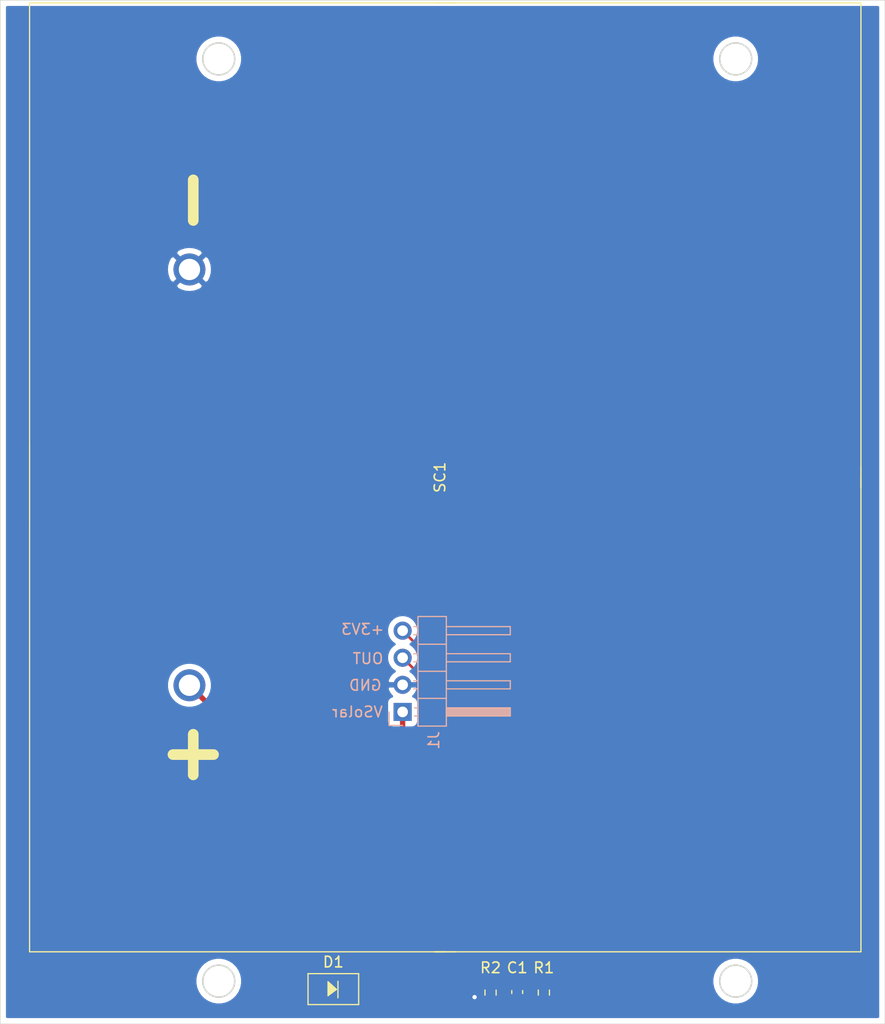
<source format=kicad_pcb>
(kicad_pcb (version 20171130) (host pcbnew "(5.1.10)-1")

  (general
    (thickness 1.6)
    (drawings 138)
    (tracks 18)
    (zones 0)
    (modules 6)
    (nets 6)
  )

  (page A4)
  (title_block
    (title "Solar Configuration for -Y; V1 Stucture")
    (date 2022-03-30)
    (rev 1.0)
  )

  (layers
    (0 F.Cu signal)
    (31 B.Cu signal)
    (32 B.Adhes user)
    (33 F.Adhes user)
    (34 B.Paste user)
    (35 F.Paste user)
    (36 B.SilkS user)
    (37 F.SilkS user)
    (38 B.Mask user)
    (39 F.Mask user)
    (40 Dwgs.User user hide)
    (41 Cmts.User user)
    (42 Eco1.User user)
    (43 Eco2.User user)
    (44 Edge.Cuts user)
    (45 Margin user)
    (46 B.CrtYd user)
    (47 F.CrtYd user)
    (48 B.Fab user)
    (49 F.Fab user hide)
  )

  (setup
    (last_trace_width 0.25)
    (user_trace_width 0.5)
    (trace_clearance 0.2)
    (zone_clearance 0.508)
    (zone_45_only no)
    (trace_min 0.2)
    (via_size 0.8)
    (via_drill 0.4)
    (via_min_size 0.4)
    (via_min_drill 0.3)
    (uvia_size 0.3)
    (uvia_drill 0.1)
    (uvias_allowed no)
    (uvia_min_size 0.2)
    (uvia_min_drill 0.1)
    (edge_width 0.05)
    (segment_width 0.2)
    (pcb_text_width 0.3)
    (pcb_text_size 1.5 1.5)
    (mod_edge_width 0.12)
    (mod_text_size 1 1)
    (mod_text_width 0.15)
    (pad_size 1.7 1.7)
    (pad_drill 1)
    (pad_to_mask_clearance 0)
    (aux_axis_origin 0 0)
    (visible_elements 7FFFFFFF)
    (pcbplotparams
      (layerselection 0x010fc_ffffffff)
      (usegerberextensions false)
      (usegerberattributes true)
      (usegerberadvancedattributes true)
      (creategerberjobfile true)
      (excludeedgelayer true)
      (linewidth 0.100000)
      (plotframeref false)
      (viasonmask false)
      (mode 1)
      (useauxorigin false)
      (hpglpennumber 1)
      (hpglpenspeed 20)
      (hpglpendiameter 15.000000)
      (psnegative false)
      (psa4output false)
      (plotreference true)
      (plotvalue true)
      (plotinvisibletext false)
      (padsonsilk false)
      (subtractmaskfromsilk false)
      (outputformat 1)
      (mirror false)
      (drillshape 1)
      (scaleselection 1)
      (outputdirectory "-Y Extras/Swiss Cheese/"))
  )

  (net 0 "")
  (net 1 GND)
  (net 2 +3V3)
  (net 3 VSOLAR)
  (net 4 OUT)
  (net 5 "Net-(D1-Pad2)")

  (net_class Default "This is the default net class."
    (clearance 0.2)
    (trace_width 0.25)
    (via_dia 0.8)
    (via_drill 0.4)
    (uvia_dia 0.3)
    (uvia_drill 0.1)
    (add_net +3V3)
    (add_net GND)
    (add_net "Net-(D1-Pad2)")
    (add_net OUT)
    (add_net VSOLAR)
  )

  (module SolarPanelBoards:DO-214AC (layer F.Cu) (tedit 6131B737) (tstamp 62461C13)
    (at 121.25 143.75 180)
    (descr "Diode Footprint for CDBA240LL-HF")
    (path /6108B315)
    (attr smd)
    (fp_text reference D1 (at 0 2.54) (layer F.SilkS)
      (effects (font (size 1 1) (thickness 0.15)))
    )
    (fp_text value CDBA240LL-HF (at 0 -2.54) (layer F.Fab)
      (effects (font (size 1 1) (thickness 0.15)))
    )
    (fp_line (start -2.375 1.45) (end 2.375 1.45) (layer F.SilkS) (width 0.12))
    (fp_line (start 2.375 1.45) (end 2.375 -1.45) (layer F.SilkS) (width 0.12))
    (fp_line (start -2.375 1.45) (end -2.375 -1.45) (layer F.SilkS) (width 0.12))
    (fp_line (start -2.375 -1.45) (end 2.375 -1.45) (layer F.SilkS) (width 0.12))
    (fp_poly (pts (xy 0.508 0.7112) (xy -0.3048 -0.0254) (xy 0.508 -0.635)) (layer F.SilkS) (width 0.1))
    (fp_line (start -0.4318 -0.8128) (end -0.4318 0.7366) (layer F.SilkS) (width 0.12))
    (pad 2 smd rect (at 2 0 180) (size 2.5 1.7) (layers F.Cu F.Paste F.Mask)
      (net 5 "Net-(D1-Pad2)"))
    (pad 1 smd rect (at -2 0 180) (size 2.5 1.7) (layers F.Cu F.Paste F.Mask)
      (net 3 VSOLAR))
    (model "C:/Users/grant/Downloads/sma-do-214ac-1.snapshot.1/SMA (DO-214AC).STEP"
      (at (xyz 0 0 0))
      (scale (xyz 1 1 1))
      (rotate (xyz -90 0 0))
    )
  )

  (module SolarPanelBoards:SM811K08TF (layer F.Cu) (tedit 621488D7) (tstamp 62461D0F)
    (at 131.75 95.75 270)
    (path /6143BD42)
    (fp_text reference SC1 (at 0 0.5 90) (layer F.SilkS)
      (effects (font (size 1 1) (thickness 0.15)))
    )
    (fp_text value SM811K08TF (at 0 -0.5 90) (layer F.Fab)
      (effects (font (size 1 1) (thickness 0.15)))
    )
    (fp_line (start 4 39) (end 44.5 39) (layer F.SilkS) (width 0.12))
    (fp_line (start 0 -39) (end 44.5 -39) (layer F.SilkS) (width 0.12))
    (fp_line (start 0 -39) (end -44.5 -39) (layer F.SilkS) (width 0.12))
    (fp_line (start -44.5 0) (end -44.5 -39) (layer F.SilkS) (width 0.12))
    (fp_line (start 44.5 0) (end 44.5 -39) (layer F.SilkS) (width 0.12))
    (fp_line (start 44.5 0) (end 44.5 39) (layer F.SilkS) (width 0.12))
    (fp_line (start -44.5 0) (end -44.5 39) (layer F.SilkS) (width 0.12))
    (fp_line (start 0 39) (end -44.5 39) (layer F.SilkS) (width 0.12))
    (fp_line (start -44.5 -1) (end -44.5 1) (layer F.SilkS) (width 0.12))
    (fp_line (start -44.5 0) (end -44.5 -1) (layer F.SilkS) (width 0.12))
    (fp_line (start 44.5 1) (end 44.5 -1) (layer F.SilkS) (width 0.12))
    (fp_line (start 44.5 0) (end 44.5 1) (layer F.SilkS) (width 0.12))
    (fp_line (start 4 39) (end -3 39) (layer F.SilkS) (width 0.12))
    (fp_line (start 0 39) (end 4 39) (layer F.SilkS) (width 0.12))
    (fp_line (start 1 -39) (end -1 -39) (layer F.SilkS) (width 0.12))
    (fp_line (start 0 -39) (end 1 -39) (layer F.SilkS) (width 0.12))
    (fp_text user - (at -26 24 90) (layer F.SilkS)
      (effects (font (size 5 5) (thickness 1)))
    )
    (fp_text user + (at 26 24 90) (layer F.SilkS)
      (effects (font (size 5 5) (thickness 1)))
    )
    (pad 2 thru_hole circle (at -19.5 24 270) (size 3 3) (drill 2) (layers *.Cu *.Mask)
      (net 1 GND))
    (pad 1 thru_hole circle (at 19.5 24 270) (size 3 3) (drill 2) (layers *.Cu *.Mask)
      (net 5 "Net-(D1-Pad2)"))
  )

  (module Resistor_SMD:R_0603_1608Metric (layer F.Cu) (tedit 5F68FEEE) (tstamp 624547E0)
    (at 136 144.075 270)
    (descr "Resistor SMD 0603 (1608 Metric), square (rectangular) end terminal, IPC_7351 nominal, (Body size source: IPC-SM-782 page 72, https://www.pcb-3d.com/wordpress/wp-content/uploads/ipc-sm-782a_amendment_1_and_2.pdf), generated with kicad-footprint-generator")
    (tags resistor)
    (path /61FF6451)
    (attr smd)
    (fp_text reference R2 (at -2.325 0 180) (layer F.SilkS)
      (effects (font (size 1 1) (thickness 0.15)))
    )
    (fp_text value R (at 0 1.43 90) (layer F.Fab)
      (effects (font (size 1 1) (thickness 0.15)))
    )
    (fp_line (start -0.8 0.4125) (end -0.8 -0.4125) (layer F.Fab) (width 0.1))
    (fp_line (start -0.8 -0.4125) (end 0.8 -0.4125) (layer F.Fab) (width 0.1))
    (fp_line (start 0.8 -0.4125) (end 0.8 0.4125) (layer F.Fab) (width 0.1))
    (fp_line (start 0.8 0.4125) (end -0.8 0.4125) (layer F.Fab) (width 0.1))
    (fp_line (start -0.237258 -0.5225) (end 0.237258 -0.5225) (layer F.SilkS) (width 0.12))
    (fp_line (start -0.237258 0.5225) (end 0.237258 0.5225) (layer F.SilkS) (width 0.12))
    (fp_line (start -1.48 0.73) (end -1.48 -0.73) (layer F.CrtYd) (width 0.05))
    (fp_line (start -1.48 -0.73) (end 1.48 -0.73) (layer F.CrtYd) (width 0.05))
    (fp_line (start 1.48 -0.73) (end 1.48 0.73) (layer F.CrtYd) (width 0.05))
    (fp_line (start 1.48 0.73) (end -1.48 0.73) (layer F.CrtYd) (width 0.05))
    (fp_text user %R (at 0 0 90) (layer F.Fab)
      (effects (font (size 0.4 0.4) (thickness 0.06)))
    )
    (pad 2 smd roundrect (at 0.825 0 270) (size 0.8 0.95) (layers F.Cu F.Paste F.Mask) (roundrect_rratio 0.25)
      (net 1 GND))
    (pad 1 smd roundrect (at -0.825 0 270) (size 0.8 0.95) (layers F.Cu F.Paste F.Mask) (roundrect_rratio 0.25)
      (net 4 OUT))
    (model ${KISYS3DMOD}/Resistor_SMD.3dshapes/R_0603_1608Metric.wrl
      (at (xyz 0 0 0))
      (scale (xyz 1 1 1))
      (rotate (xyz 0 0 0))
    )
  )

  (module Resistor_SMD:R_0603_1608Metric (layer F.Cu) (tedit 5F68FEEE) (tstamp 624547B0)
    (at 141 144.075 270)
    (descr "Resistor SMD 0603 (1608 Metric), square (rectangular) end terminal, IPC_7351 nominal, (Body size source: IPC-SM-782 page 72, https://www.pcb-3d.com/wordpress/wp-content/uploads/ipc-sm-782a_amendment_1_and_2.pdf), generated with kicad-footprint-generator")
    (tags resistor)
    (path /61FF37C8)
    (attr smd)
    (fp_text reference R1 (at -2.325 0 180) (layer F.SilkS)
      (effects (font (size 1 1) (thickness 0.15)))
    )
    (fp_text value ALS-PT19 (at 0 1.43 90) (layer F.Fab)
      (effects (font (size 1 1) (thickness 0.15)))
    )
    (fp_line (start -0.8 0.4125) (end -0.8 -0.4125) (layer F.Fab) (width 0.1))
    (fp_line (start -0.8 -0.4125) (end 0.8 -0.4125) (layer F.Fab) (width 0.1))
    (fp_line (start 0.8 -0.4125) (end 0.8 0.4125) (layer F.Fab) (width 0.1))
    (fp_line (start 0.8 0.4125) (end -0.8 0.4125) (layer F.Fab) (width 0.1))
    (fp_line (start -0.237258 -0.5225) (end 0.237258 -0.5225) (layer F.SilkS) (width 0.12))
    (fp_line (start -0.237258 0.5225) (end 0.237258 0.5225) (layer F.SilkS) (width 0.12))
    (fp_line (start -1.48 0.73) (end -1.48 -0.73) (layer F.CrtYd) (width 0.05))
    (fp_line (start -1.48 -0.73) (end 1.48 -0.73) (layer F.CrtYd) (width 0.05))
    (fp_line (start 1.48 -0.73) (end 1.48 0.73) (layer F.CrtYd) (width 0.05))
    (fp_line (start 1.48 0.73) (end -1.48 0.73) (layer F.CrtYd) (width 0.05))
    (fp_text user %R (at 0 0 90) (layer F.Fab)
      (effects (font (size 0.4 0.4) (thickness 0.06)))
    )
    (pad 2 smd roundrect (at 0.825 0 270) (size 0.8 0.95) (layers F.Cu F.Paste F.Mask) (roundrect_rratio 0.25)
      (net 4 OUT))
    (pad 1 smd roundrect (at -0.825 0 270) (size 0.8 0.95) (layers F.Cu F.Paste F.Mask) (roundrect_rratio 0.25)
      (net 2 +3V3))
    (model ${KISYS3DMOD}/Resistor_SMD.3dshapes/R_0603_1608Metric.wrl
      (at (xyz 0 0 0))
      (scale (xyz 1 1 1))
      (rotate (xyz 0 0 0))
    )
  )

  (module Capacitor_SMD:C_0603_1608Metric (layer F.Cu) (tedit 5F68FEEE) (tstamp 62454810)
    (at 138.5 144.025 270)
    (descr "Capacitor SMD 0603 (1608 Metric), square (rectangular) end terminal, IPC_7351 nominal, (Body size source: IPC-SM-782 page 76, https://www.pcb-3d.com/wordpress/wp-content/uploads/ipc-sm-782a_amendment_1_and_2.pdf), generated with kicad-footprint-generator")
    (tags capacitor)
    (path /61FF8764)
    (attr smd)
    (fp_text reference C1 (at -2.275 0 180) (layer F.SilkS)
      (effects (font (size 1 1) (thickness 0.15)))
    )
    (fp_text value C (at 0 1.43 90) (layer F.Fab)
      (effects (font (size 1 1) (thickness 0.15)))
    )
    (fp_line (start -0.8 0.4) (end -0.8 -0.4) (layer F.Fab) (width 0.1))
    (fp_line (start -0.8 -0.4) (end 0.8 -0.4) (layer F.Fab) (width 0.1))
    (fp_line (start 0.8 -0.4) (end 0.8 0.4) (layer F.Fab) (width 0.1))
    (fp_line (start 0.8 0.4) (end -0.8 0.4) (layer F.Fab) (width 0.1))
    (fp_line (start -0.14058 -0.51) (end 0.14058 -0.51) (layer F.SilkS) (width 0.12))
    (fp_line (start -0.14058 0.51) (end 0.14058 0.51) (layer F.SilkS) (width 0.12))
    (fp_line (start -1.48 0.73) (end -1.48 -0.73) (layer F.CrtYd) (width 0.05))
    (fp_line (start -1.48 -0.73) (end 1.48 -0.73) (layer F.CrtYd) (width 0.05))
    (fp_line (start 1.48 -0.73) (end 1.48 0.73) (layer F.CrtYd) (width 0.05))
    (fp_line (start 1.48 0.73) (end -1.48 0.73) (layer F.CrtYd) (width 0.05))
    (fp_text user %R (at 0 0 90) (layer F.Fab)
      (effects (font (size 0.4 0.4) (thickness 0.06)))
    )
    (pad 2 smd roundrect (at 0.775 0 270) (size 0.9 0.95) (layers F.Cu F.Paste F.Mask) (roundrect_rratio 0.25)
      (net 1 GND))
    (pad 1 smd roundrect (at -0.775 0 270) (size 0.9 0.95) (layers F.Cu F.Paste F.Mask) (roundrect_rratio 0.25)
      (net 4 OUT))
    (model ${KISYS3DMOD}/Capacitor_SMD.3dshapes/C_0603_1608Metric.wrl
      (at (xyz 0 0 0))
      (scale (xyz 1 1 1))
      (rotate (xyz 0 0 0))
    )
  )

  (module Connector_PinHeader_2.54mm:PinHeader_1x04_P2.54mm_Horizontal (layer B.Cu) (tedit 59FED5CB) (tstamp 6245487C)
    (at 127.75 117.75)
    (descr "Through hole angled pin header, 1x04, 2.54mm pitch, 6mm pin length, single row")
    (tags "Through hole angled pin header THT 1x04 2.54mm single row")
    (path /61F4A1BA)
    (fp_text reference J1 (at 2.921 2.667 270) (layer B.SilkS)
      (effects (font (size 1 1) (thickness 0.15)) (justify mirror))
    )
    (fp_text value Conn_01x04 (at 4.385 -9.89 180) (layer B.Fab)
      (effects (font (size 1 1) (thickness 0.15)) (justify mirror))
    )
    (fp_line (start 10.55 1.8) (end -1.8 1.8) (layer B.CrtYd) (width 0.05))
    (fp_line (start 10.55 -9.4) (end 10.55 1.8) (layer B.CrtYd) (width 0.05))
    (fp_line (start -1.8 -9.4) (end 10.55 -9.4) (layer B.CrtYd) (width 0.05))
    (fp_line (start -1.8 1.8) (end -1.8 -9.4) (layer B.CrtYd) (width 0.05))
    (fp_line (start -1.27 1.27) (end 0 1.27) (layer B.SilkS) (width 0.12))
    (fp_line (start -1.27 0) (end -1.27 1.27) (layer B.SilkS) (width 0.12))
    (fp_line (start 1.042929 -8) (end 1.44 -8) (layer B.SilkS) (width 0.12))
    (fp_line (start 1.042929 -7.24) (end 1.44 -7.24) (layer B.SilkS) (width 0.12))
    (fp_line (start 10.1 -8) (end 4.1 -8) (layer B.SilkS) (width 0.12))
    (fp_line (start 10.1 -7.24) (end 10.1 -8) (layer B.SilkS) (width 0.12))
    (fp_line (start 4.1 -7.24) (end 10.1 -7.24) (layer B.SilkS) (width 0.12))
    (fp_line (start 1.44 -6.35) (end 4.1 -6.35) (layer B.SilkS) (width 0.12))
    (fp_line (start 1.042929 -5.46) (end 1.44 -5.46) (layer B.SilkS) (width 0.12))
    (fp_line (start 1.042929 -4.7) (end 1.44 -4.7) (layer B.SilkS) (width 0.12))
    (fp_line (start 10.1 -5.46) (end 4.1 -5.46) (layer B.SilkS) (width 0.12))
    (fp_line (start 10.1 -4.7) (end 10.1 -5.46) (layer B.SilkS) (width 0.12))
    (fp_line (start 4.1 -4.7) (end 10.1 -4.7) (layer B.SilkS) (width 0.12))
    (fp_line (start 1.44 -3.81) (end 4.1 -3.81) (layer B.SilkS) (width 0.12))
    (fp_line (start 1.042929 -2.92) (end 1.44 -2.92) (layer B.SilkS) (width 0.12))
    (fp_line (start 1.042929 -2.16) (end 1.44 -2.16) (layer B.SilkS) (width 0.12))
    (fp_line (start 10.1 -2.92) (end 4.1 -2.92) (layer B.SilkS) (width 0.12))
    (fp_line (start 10.1 -2.16) (end 10.1 -2.92) (layer B.SilkS) (width 0.12))
    (fp_line (start 4.1 -2.16) (end 10.1 -2.16) (layer B.SilkS) (width 0.12))
    (fp_line (start 1.44 -1.27) (end 4.1 -1.27) (layer B.SilkS) (width 0.12))
    (fp_line (start 1.11 -0.38) (end 1.44 -0.38) (layer B.SilkS) (width 0.12))
    (fp_line (start 1.11 0.38) (end 1.44 0.38) (layer B.SilkS) (width 0.12))
    (fp_line (start 4.1 -0.28) (end 10.1 -0.28) (layer B.SilkS) (width 0.12))
    (fp_line (start 4.1 -0.16) (end 10.1 -0.16) (layer B.SilkS) (width 0.12))
    (fp_line (start 4.1 -0.04) (end 10.1 -0.04) (layer B.SilkS) (width 0.12))
    (fp_line (start 4.1 0.08) (end 10.1 0.08) (layer B.SilkS) (width 0.12))
    (fp_line (start 4.1 0.2) (end 10.1 0.2) (layer B.SilkS) (width 0.12))
    (fp_line (start 4.1 0.32) (end 10.1 0.32) (layer B.SilkS) (width 0.12))
    (fp_line (start 10.1 -0.38) (end 4.1 -0.38) (layer B.SilkS) (width 0.12))
    (fp_line (start 10.1 0.38) (end 10.1 -0.38) (layer B.SilkS) (width 0.12))
    (fp_line (start 4.1 0.38) (end 10.1 0.38) (layer B.SilkS) (width 0.12))
    (fp_line (start 4.1 1.33) (end 1.44 1.33) (layer B.SilkS) (width 0.12))
    (fp_line (start 4.1 -8.95) (end 4.1 1.33) (layer B.SilkS) (width 0.12))
    (fp_line (start 1.44 -8.95) (end 4.1 -8.95) (layer B.SilkS) (width 0.12))
    (fp_line (start 1.44 1.33) (end 1.44 -8.95) (layer B.SilkS) (width 0.12))
    (fp_line (start 4.04 -7.94) (end 10.04 -7.94) (layer B.Fab) (width 0.1))
    (fp_line (start 10.04 -7.3) (end 10.04 -7.94) (layer B.Fab) (width 0.1))
    (fp_line (start 4.04 -7.3) (end 10.04 -7.3) (layer B.Fab) (width 0.1))
    (fp_line (start -0.32 -7.94) (end 1.5 -7.94) (layer B.Fab) (width 0.1))
    (fp_line (start -0.32 -7.3) (end -0.32 -7.94) (layer B.Fab) (width 0.1))
    (fp_line (start -0.32 -7.3) (end 1.5 -7.3) (layer B.Fab) (width 0.1))
    (fp_line (start 4.04 -5.4) (end 10.04 -5.4) (layer B.Fab) (width 0.1))
    (fp_line (start 10.04 -4.76) (end 10.04 -5.4) (layer B.Fab) (width 0.1))
    (fp_line (start 4.04 -4.76) (end 10.04 -4.76) (layer B.Fab) (width 0.1))
    (fp_line (start -0.32 -5.4) (end 1.5 -5.4) (layer B.Fab) (width 0.1))
    (fp_line (start -0.32 -4.76) (end -0.32 -5.4) (layer B.Fab) (width 0.1))
    (fp_line (start -0.32 -4.76) (end 1.5 -4.76) (layer B.Fab) (width 0.1))
    (fp_line (start 4.04 -2.86) (end 10.04 -2.86) (layer B.Fab) (width 0.1))
    (fp_line (start 10.04 -2.22) (end 10.04 -2.86) (layer B.Fab) (width 0.1))
    (fp_line (start 4.04 -2.22) (end 10.04 -2.22) (layer B.Fab) (width 0.1))
    (fp_line (start -0.32 -2.86) (end 1.5 -2.86) (layer B.Fab) (width 0.1))
    (fp_line (start -0.32 -2.22) (end -0.32 -2.86) (layer B.Fab) (width 0.1))
    (fp_line (start -0.32 -2.22) (end 1.5 -2.22) (layer B.Fab) (width 0.1))
    (fp_line (start 4.04 -0.32) (end 10.04 -0.32) (layer B.Fab) (width 0.1))
    (fp_line (start 10.04 0.32) (end 10.04 -0.32) (layer B.Fab) (width 0.1))
    (fp_line (start 4.04 0.32) (end 10.04 0.32) (layer B.Fab) (width 0.1))
    (fp_line (start -0.32 -0.32) (end 1.5 -0.32) (layer B.Fab) (width 0.1))
    (fp_line (start -0.32 0.32) (end -0.32 -0.32) (layer B.Fab) (width 0.1))
    (fp_line (start -0.32 0.32) (end 1.5 0.32) (layer B.Fab) (width 0.1))
    (fp_line (start 1.5 0.635) (end 2.135 1.27) (layer B.Fab) (width 0.1))
    (fp_line (start 1.5 -8.89) (end 1.5 0.635) (layer B.Fab) (width 0.1))
    (fp_line (start 4.04 -8.89) (end 1.5 -8.89) (layer B.Fab) (width 0.1))
    (fp_line (start 4.04 1.27) (end 4.04 -8.89) (layer B.Fab) (width 0.1))
    (fp_line (start 2.135 1.27) (end 4.04 1.27) (layer B.Fab) (width 0.1))
    (fp_text user %R (at 2.77 -3.81 90) (layer B.Fab)
      (effects (font (size 1 1) (thickness 0.15)) (justify mirror))
    )
    (pad 4 thru_hole oval (at 0 -7.62) (size 1.7 1.7) (drill 1) (layers *.Cu *.Mask)
      (net 2 +3V3))
    (pad 3 thru_hole oval (at 0 -5.08) (size 1.7 1.7) (drill 1) (layers *.Cu *.Mask)
      (net 4 OUT))
    (pad 2 thru_hole oval (at 0 -2.54) (size 1.7 1.7) (drill 1) (layers *.Cu *.Mask)
      (net 1 GND))
    (pad 1 thru_hole rect (at 0 0) (size 1.7 1.7) (drill 1) (layers *.Cu *.Mask)
      (net 3 VSOLAR))
    (model ${KISYS3DMOD}/Connector_PinHeader_2.54mm.3dshapes/PinHeader_1x04_P2.54mm_Horizontal.wrl
      (at (xyz 0 0 0))
      (scale (xyz 1 1 1))
      (rotate (xyz 0 0 0))
    )
  )

  (gr_line (start 161 138) (end 108.5 138) (layer Dwgs.User) (width 0.15))
  (gr_line (start 108.5 61.5) (end 108.5 138) (layer Dwgs.User) (width 0.15))
  (gr_line (start 161 61.5) (end 108.5 61.5) (layer Dwgs.User) (width 0.15))
  (gr_line (start 161 137.5) (end 161 138) (layer Dwgs.User) (width 0.15))
  (gr_line (start 161 136) (end 161 137.5) (layer Dwgs.User) (width 0.15))
  (gr_line (start 161 135.5) (end 161 136) (layer Dwgs.User) (width 0.15))
  (gr_line (start 161 61.5) (end 161 135.5) (layer Dwgs.User) (width 0.15))
  (dimension 9 (width 0.15) (layer Dwgs.User)
    (gr_text "9.000 mm" (at 174.8 142.5 90) (layer Dwgs.User)
      (effects (font (size 1 1) (thickness 0.15)))
    )
    (feature1 (pts (xy 173 138) (xy 174.086421 138)))
    (feature2 (pts (xy 173 147) (xy 174.086421 147)))
    (crossbar (pts (xy 173.5 147) (xy 173.5 138)))
    (arrow1a (pts (xy 173.5 138) (xy 174.086421 139.126504)))
    (arrow1b (pts (xy 173.5 138) (xy 172.913579 139.126504)))
    (arrow2a (pts (xy 173.5 147) (xy 174.086421 145.873496)))
    (arrow2b (pts (xy 173.5 147) (xy 172.913579 145.873496)))
  )
  (dimension 10.5 (width 0.15) (layer Dwgs.User)
    (gr_text "10.500 mm" (at 175.8 56.25 270) (layer Dwgs.User)
      (effects (font (size 1 1) (thickness 0.15)))
    )
    (feature1 (pts (xy 173 61.5) (xy 175.086421 61.5)))
    (feature2 (pts (xy 173 51) (xy 175.086421 51)))
    (crossbar (pts (xy 174.5 51) (xy 174.5 61.5)))
    (arrow1a (pts (xy 174.5 61.5) (xy 173.913579 60.373496)))
    (arrow1b (pts (xy 174.5 61.5) (xy 175.086421 60.373496)))
    (arrow2a (pts (xy 174.5 51) (xy 173.913579 52.126504)))
    (arrow2b (pts (xy 174.5 51) (xy 175.086421 52.126504)))
  )
  (dimension 12 (width 0.15) (layer Dwgs.User)
    (gr_text "12.000 mm" (at 167 45.2) (layer Dwgs.User)
      (effects (font (size 1 1) (thickness 0.15)))
    )
    (feature1 (pts (xy 161 51) (xy 161 45.913579)))
    (feature2 (pts (xy 173 51) (xy 173 45.913579)))
    (crossbar (pts (xy 173 46.5) (xy 161 46.5)))
    (arrow1a (pts (xy 161 46.5) (xy 162.126504 45.913579)))
    (arrow1b (pts (xy 161 46.5) (xy 162.126504 47.086421)))
    (arrow2a (pts (xy 173 46.5) (xy 171.873496 45.913579)))
    (arrow2b (pts (xy 173 46.5) (xy 171.873496 47.086421)))
  )
  (gr_circle (center 93.5 136) (end 96.15 136) (layer Dwgs.User) (width 0.15) (tstamp 62453DB7))
  (dimension 6 (width 0.15) (layer Dwgs.User)
    (gr_text "6.000 mm" (at 80.7 139 90) (layer Dwgs.User)
      (effects (font (size 1 1) (thickness 0.15)))
    )
    (feature1 (pts (xy 93.5 136) (xy 81.413579 136)))
    (feature2 (pts (xy 93.5 142) (xy 81.413579 142)))
    (crossbar (pts (xy 82 142) (xy 82 136)))
    (arrow1a (pts (xy 82 136) (xy 82.586421 137.126504)))
    (arrow1b (pts (xy 82 136) (xy 81.413579 137.126504)))
    (arrow2a (pts (xy 82 142) (xy 82.586421 140.873496)))
    (arrow2b (pts (xy 82 142) (xy 81.413579 140.873496)))
  )
  (gr_circle (center 93.5 142) (end 96.15 142) (layer Dwgs.User) (width 0.15) (tstamp 62453DB7))
  (gr_circle (center 93.5 62) (end 96.15 62) (layer Dwgs.User) (width 0.15) (tstamp 62453DB7))
  (gr_circle (center 93.5 56) (end 96.15 56) (layer Dwgs.User) (width 0.15) (tstamp 62453DB7))
  (gr_line (start 93.5 56) (end 93.5 147) (layer Dwgs.User) (width 0.15))
  (dimension 6 (width 0.15) (layer Dwgs.User)
    (gr_text "6.000 mm" (at 81.2 59 270) (layer Dwgs.User)
      (effects (font (size 1 1) (thickness 0.15)))
    )
    (feature1 (pts (xy 93.5 62) (xy 81.913579 62)))
    (feature2 (pts (xy 93.5 56) (xy 81.913579 56)))
    (crossbar (pts (xy 82.5 56) (xy 82.5 62)))
    (arrow1a (pts (xy 82.5 62) (xy 81.913579 60.873496)))
    (arrow1b (pts (xy 82.5 62) (xy 83.086421 60.873496)))
    (arrow2a (pts (xy 82.5 56) (xy 81.913579 57.126504)))
    (arrow2b (pts (xy 82.5 56) (xy 83.086421 57.126504)))
  )
  (dimension 10 (width 0.15) (layer Dwgs.User)
    (gr_text "10.000 mm" (at 98.5 41.7) (layer Dwgs.User)
      (effects (font (size 1 1) (thickness 0.15)))
    )
    (feature1 (pts (xy 93.5 56) (xy 93.5 42.413579)))
    (feature2 (pts (xy 103.5 56) (xy 103.5 42.413579)))
    (crossbar (pts (xy 103.5 43) (xy 93.5 43)))
    (arrow1a (pts (xy 93.5 43) (xy 94.626504 42.413579)))
    (arrow1b (pts (xy 93.5 43) (xy 94.626504 43.586421)))
    (arrow2a (pts (xy 103.5 43) (xy 102.373496 42.413579)))
    (arrow2b (pts (xy 103.5 43) (xy 102.373496 43.586421)))
  )
  (dimension 96 (width 0.15) (layer Dwgs.User)
    (gr_text "96.000 mm" (at 190.3 99 270) (layer Dwgs.User)
      (effects (font (size 1 1) (thickness 0.15)))
    )
    (feature1 (pts (xy 173 147) (xy 189.586421 147)))
    (feature2 (pts (xy 173 51) (xy 189.586421 51)))
    (crossbar (pts (xy 189 51) (xy 189 147)))
    (arrow1a (pts (xy 189 147) (xy 188.413579 145.873496)))
    (arrow1b (pts (xy 189 147) (xy 189.586421 145.873496)))
    (arrow2a (pts (xy 189 51) (xy 188.413579 52.126504)))
    (arrow2b (pts (xy 189 51) (xy 189.586421 52.126504)))
  )
  (gr_line (start 168.65 92.5) (end 168.65 93) (layer Dwgs.User) (width 0.15) (tstamp 62453D2B))
  (gr_line (start 168.65 128.5) (end 168.65 129) (layer Dwgs.User) (width 0.15) (tstamp 62453D2A))
  (gr_line (start 168.65 104.5) (end 168.65 105) (layer Dwgs.User) (width 0.15) (tstamp 62453D29))
  (gr_line (start 168.65 80.5) (end 168.65 81) (layer Dwgs.User) (width 0.15) (tstamp 62453D28))
  (gr_line (start 163.35 80.5) (end 163.35 81) (layer Dwgs.User) (width 0.15) (tstamp 62453D27))
  (gr_line (start 166 68.5) (end 166 128.5) (layer Dwgs.User) (width 0.15) (tstamp 62453D26))
  (gr_line (start 163.35 117) (end 163.35 116.5) (layer Dwgs.User) (width 0.15) (tstamp 62453D25))
  (gr_line (start 163.35 129) (end 163.35 128.5) (layer Dwgs.User) (width 0.15) (tstamp 62453D24))
  (gr_line (start 163.35 69) (end 163.35 68.5) (layer Dwgs.User) (width 0.15) (tstamp 62453D23))
  (gr_line (start 163.35 92.5) (end 163.35 93) (layer Dwgs.User) (width 0.15) (tstamp 62453D22))
  (gr_circle (center 166 104.5) (end 168.65 104.5) (layer Dwgs.User) (width 0.15) (tstamp 62453D21))
  (gr_circle (center 166 128.5) (end 168.65 128.5) (layer Dwgs.User) (width 0.15) (tstamp 62453D20))
  (gr_line (start 163.35 105) (end 163.35 104.5) (layer Dwgs.User) (width 0.15) (tstamp 62453D1F))
  (gr_line (start 168.65 116.5) (end 168.65 117) (layer Dwgs.User) (width 0.15) (tstamp 62453D1E))
  (gr_line (start 168.65 69) (end 168.65 68.5) (layer Dwgs.User) (width 0.15) (tstamp 62453D1D))
  (gr_circle (center 166 129) (end 168.65 129) (layer Dwgs.User) (width 0.15) (tstamp 62453D1C))
  (gr_circle (center 166 69) (end 168.65 69) (layer Dwgs.User) (width 0.15) (tstamp 62453D1B))
  (gr_circle (center 166 116.5) (end 168.65 116.5) (layer Dwgs.User) (width 0.15) (tstamp 62453D1A))
  (gr_circle (center 166 80.5) (end 168.65 80.5) (layer Dwgs.User) (width 0.15) (tstamp 62453D19))
  (gr_circle (center 166 92.5) (end 168.65 92.5) (layer Dwgs.User) (width 0.15) (tstamp 62453D18))
  (gr_circle (center 166 68.5) (end 168.65 68.5) (layer Dwgs.User) (width 0.15) (tstamp 62453D17))
  (gr_circle (center 166 117) (end 168.65 117) (layer Dwgs.User) (width 0.15) (tstamp 62453D16))
  (gr_circle (center 166 81) (end 168.65 81) (layer Dwgs.User) (width 0.15) (tstamp 62453D15))
  (gr_circle (center 166 93) (end 168.65 93) (layer Dwgs.User) (width 0.15) (tstamp 62453D14))
  (gr_circle (center 166 68.5) (end 168.65 68.5) (layer Dwgs.User) (width 0.15) (tstamp 62453D12))
  (gr_circle (center 166 129) (end 168.65 129) (layer Dwgs.User) (width 0.15) (tstamp 62453D11))
  (gr_line (start 166 69) (end 166 129) (layer Dwgs.User) (width 0.15) (tstamp 62453D10))
  (gr_circle (center 166 105) (end 168.65 105) (layer Dwgs.User) (width 0.15) (tstamp 62453D0E))
  (gr_line (start 166 56) (end 166 147) (layer Dwgs.User) (width 0.15) (tstamp 62453D0D))
  (gr_line (start 106.15 69) (end 106.15 68.5) (layer Dwgs.User) (width 0.15) (tstamp 62453CF6))
  (gr_line (start 100.85 69) (end 100.85 68.5) (layer Dwgs.User) (width 0.15) (tstamp 62453CF5))
  (gr_line (start 106.15 80.5) (end 106.15 81) (layer Dwgs.User) (width 0.15) (tstamp 62453CF4))
  (gr_line (start 100.85 80.5) (end 100.85 81) (layer Dwgs.User) (width 0.15) (tstamp 62453CF3))
  (gr_line (start 106.15 92.5) (end 106.15 93) (layer Dwgs.User) (width 0.15) (tstamp 62453CF2))
  (gr_line (start 100.85 92.5) (end 100.85 93) (layer Dwgs.User) (width 0.15) (tstamp 62453CF1))
  (gr_line (start 106.15 104.5) (end 106.15 105) (layer Dwgs.User) (width 0.15) (tstamp 62453CF0))
  (gr_line (start 100.85 105) (end 100.85 104.5) (layer Dwgs.User) (width 0.15) (tstamp 62453CEF))
  (gr_line (start 106.15 116.5) (end 106.15 117) (layer Dwgs.User) (width 0.15) (tstamp 62453CEE))
  (gr_line (start 100.85 117) (end 100.85 116.5) (layer Dwgs.User) (width 0.15) (tstamp 62453CED))
  (gr_line (start 106.15 128.5) (end 106.15 129) (layer Dwgs.User) (width 0.15) (tstamp 62453CEC))
  (gr_line (start 100.85 129) (end 100.85 128.5) (layer Dwgs.User) (width 0.15) (tstamp 62453CEB))
  (gr_circle (center 103.5 104.5) (end 106.15 104.5) (layer Dwgs.User) (width 0.15) (tstamp 62453CB4))
  (gr_circle (center 103.5 128.5) (end 106.15 128.5) (layer Dwgs.User) (width 0.15) (tstamp 62453CB3))
  (gr_line (start 103.5 68.5) (end 103.5 128.5) (layer Dwgs.User) (width 0.15) (tstamp 62453CB2))
  (gr_circle (center 103.5 116.5) (end 106.15 116.5) (layer Dwgs.User) (width 0.15) (tstamp 62453CB1))
  (gr_circle (center 103.5 80.5) (end 106.15 80.5) (layer Dwgs.User) (width 0.15) (tstamp 62453CAA))
  (gr_circle (center 103.5 92.5) (end 106.15 92.5) (layer Dwgs.User) (width 0.15) (tstamp 62453CA9))
  (gr_circle (center 103.5 68.5) (end 106.15 68.5) (layer Dwgs.User) (width 0.15) (tstamp 62453CA4))
  (gr_circle (center 103.5 105) (end 106.15 105) (layer Dwgs.User) (width 0.15) (tstamp 62453CB4))
  (gr_circle (center 103.5 129) (end 106.15 129) (layer Dwgs.User) (width 0.15) (tstamp 62453CB3))
  (gr_line (start 103.5 69) (end 103.5 129) (layer Dwgs.User) (width 0.15) (tstamp 62453CB2))
  (gr_circle (center 103.5 117) (end 106.15 117) (layer Dwgs.User) (width 0.15) (tstamp 62453CB1))
  (gr_circle (center 103.5 81) (end 106.15 81) (layer Dwgs.User) (width 0.15) (tstamp 62453CAA))
  (gr_circle (center 103.5 93) (end 106.15 93) (layer Dwgs.User) (width 0.15) (tstamp 62453CA9))
  (gr_circle (center 103.5 69) (end 106.15 69) (layer Dwgs.User) (width 0.15) (tstamp 62453CA4))
  (gr_circle (center 60 118) (end 62.65 118) (layer Dwgs.User) (width 0.15) (tstamp 62453C9B))
  (gr_circle (center 60 106) (end 62.65 106) (layer Dwgs.User) (width 0.15) (tstamp 62453C9B))
  (gr_circle (center 60 94) (end 62.65 94) (layer Dwgs.User) (width 0.15) (tstamp 62453C9B))
  (gr_circle (center 60 82) (end 62.65 82) (layer Dwgs.User) (width 0.15) (tstamp 62453C9B))
  (dimension 12 (width 0.15) (layer Dwgs.User)
    (gr_text "12.000 mm" (at 51.2 124 270) (layer Dwgs.User)
      (effects (font (size 1 1) (thickness 0.15)))
    )
    (feature1 (pts (xy 60 130) (xy 51.913579 130)))
    (feature2 (pts (xy 60 118) (xy 51.913579 118)))
    (crossbar (pts (xy 52.5 118) (xy 52.5 130)))
    (arrow1a (pts (xy 52.5 130) (xy 51.913579 128.873496)))
    (arrow1b (pts (xy 52.5 130) (xy 53.086421 128.873496)))
    (arrow2a (pts (xy 52.5 118) (xy 51.913579 119.126504)))
    (arrow2b (pts (xy 52.5 118) (xy 53.086421 119.126504)))
  )
  (dimension 12 (width 0.15) (layer Dwgs.User)
    (gr_text "12.000 mm" (at 51.2 112 270) (layer Dwgs.User)
      (effects (font (size 1 1) (thickness 0.15)))
    )
    (feature1 (pts (xy 60 118) (xy 51.913579 118)))
    (feature2 (pts (xy 60 106) (xy 51.913579 106)))
    (crossbar (pts (xy 52.5 106) (xy 52.5 118)))
    (arrow1a (pts (xy 52.5 118) (xy 51.913579 116.873496)))
    (arrow1b (pts (xy 52.5 118) (xy 53.086421 116.873496)))
    (arrow2a (pts (xy 52.5 106) (xy 51.913579 107.126504)))
    (arrow2b (pts (xy 52.5 106) (xy 53.086421 107.126504)))
  )
  (dimension 12 (width 0.15) (layer Dwgs.User)
    (gr_text "12.000 mm" (at 51.2 100 270) (layer Dwgs.User)
      (effects (font (size 1 1) (thickness 0.15)))
    )
    (feature1 (pts (xy 60 106) (xy 51.913579 106)))
    (feature2 (pts (xy 60 94) (xy 51.913579 94)))
    (crossbar (pts (xy 52.5 94) (xy 52.5 106)))
    (arrow1a (pts (xy 52.5 106) (xy 51.913579 104.873496)))
    (arrow1b (pts (xy 52.5 106) (xy 53.086421 104.873496)))
    (arrow2a (pts (xy 52.5 94) (xy 51.913579 95.126504)))
    (arrow2b (pts (xy 52.5 94) (xy 53.086421 95.126504)))
  )
  (dimension 12 (width 0.15) (layer Dwgs.User)
    (gr_text "12.000 mm" (at 51.2 88 270) (layer Dwgs.User)
      (effects (font (size 1 1) (thickness 0.15)))
    )
    (feature1 (pts (xy 60 94) (xy 51.913579 94)))
    (feature2 (pts (xy 60 82) (xy 51.913579 82)))
    (crossbar (pts (xy 52.5 82) (xy 52.5 94)))
    (arrow1a (pts (xy 52.5 94) (xy 51.913579 92.873496)))
    (arrow1b (pts (xy 52.5 94) (xy 53.086421 92.873496)))
    (arrow2a (pts (xy 52.5 82) (xy 51.913579 83.126504)))
    (arrow2b (pts (xy 52.5 82) (xy 53.086421 83.126504)))
  )
  (dimension 12 (width 0.15) (layer Dwgs.User)
    (gr_text "12.000 mm" (at 51.2 76 270) (layer Dwgs.User)
      (effects (font (size 1 1) (thickness 0.15)))
    )
    (feature1 (pts (xy 60 82) (xy 51.913579 82)))
    (feature2 (pts (xy 60 70) (xy 51.913579 70)))
    (crossbar (pts (xy 52.5 70) (xy 52.5 82)))
    (arrow1a (pts (xy 52.5 82) (xy 51.913579 80.873496)))
    (arrow1b (pts (xy 52.5 82) (xy 53.086421 80.873496)))
    (arrow2a (pts (xy 52.5 70) (xy 51.913579 71.126504)))
    (arrow2b (pts (xy 52.5 70) (xy 53.086421 71.126504)))
  )
  (gr_circle (center 60 130) (end 62.65 130) (layer Dwgs.User) (width 0.15) (tstamp 62453C9B))
  (gr_circle (center 60 70) (end 62.65 70) (layer Dwgs.User) (width 0.15) (tstamp 62453C92))
  (gr_line (start 60 70) (end 60 130) (layer Dwgs.User) (width 0.15) (tstamp 62453C90))
  (gr_circle (center 169.5 136) (end 172.15 136) (layer Dwgs.User) (width 0.15) (tstamp 62453C76))
  (gr_circle (center 169.5 62) (end 172.15 62) (layer Dwgs.User) (width 0.15) (tstamp 62453C76))
  (gr_line (start 173 62) (end 169.5 62) (layer Dwgs.User) (width 0.15))
  (dimension 11 (width 0.15) (layer Dwgs.User)
    (gr_text "11.000 mm" (at 179.3 56.5 270) (layer Dwgs.User)
      (effects (font (size 1 1) (thickness 0.15)))
    )
    (feature1 (pts (xy 173 62) (xy 178.586421 62)))
    (feature2 (pts (xy 173 51) (xy 178.586421 51)))
    (crossbar (pts (xy 178 51) (xy 178 62)))
    (arrow1a (pts (xy 178 62) (xy 177.413579 60.873496)))
    (arrow1b (pts (xy 178 62) (xy 178.586421 60.873496)))
    (arrow2a (pts (xy 178 51) (xy 177.413579 52.126504)))
    (arrow2b (pts (xy 178 51) (xy 178.586421 52.126504)))
  )
  (gr_line (start 173 136) (end 169.5 136) (layer Dwgs.User) (width 0.15))
  (dimension 11 (width 0.15) (layer Dwgs.User)
    (gr_text "11.000 mm" (at 177.3 141.5 90) (layer Dwgs.User)
      (effects (font (size 1 1) (thickness 0.15)))
    )
    (feature1 (pts (xy 173 136) (xy 176.586421 136)))
    (feature2 (pts (xy 173 147) (xy 176.586421 147)))
    (crossbar (pts (xy 176 147) (xy 176 136)))
    (arrow1a (pts (xy 176 136) (xy 176.586421 137.126504)))
    (arrow1b (pts (xy 176 136) (xy 175.413579 137.126504)))
    (arrow2a (pts (xy 176 147) (xy 176.586421 145.873496)))
    (arrow2b (pts (xy 176 147) (xy 175.413579 145.873496)))
  )
  (gr_line (start 169.5 147) (end 169.5 51) (layer Dwgs.User) (width 0.15))
  (dimension 3.5 (width 0.15) (layer Dwgs.User)
    (gr_text "3.500 mm" (at 171.25 154.3) (layer Dwgs.User)
      (effects (font (size 1 1) (thickness 0.15)))
    )
    (feature1 (pts (xy 169.5 147) (xy 169.5 153.586421)))
    (feature2 (pts (xy 173 147) (xy 173 153.586421)))
    (crossbar (pts (xy 173 153) (xy 169.5 153)))
    (arrow1a (pts (xy 169.5 153) (xy 170.626504 152.413579)))
    (arrow1b (pts (xy 169.5 153) (xy 170.626504 153.586421)))
    (arrow2a (pts (xy 173 153) (xy 171.873496 152.413579)))
    (arrow2b (pts (xy 173 153) (xy 171.873496 153.586421)))
  )
  (gr_circle (center 103.5 68.5) (end 106.15 68.5) (layer Dwgs.User) (width 0.15) (tstamp 62453C76))
  (gr_circle (center 103.5 129) (end 106.15 129) (layer Dwgs.User) (width 0.15) (tstamp 62453C76))
  (gr_line (start 173 129) (end 90 129) (layer Dwgs.User) (width 0.15))
  (gr_line (start 173 68.5) (end 90 68.5) (layer Dwgs.User) (width 0.15))
  (gr_circle (center 166 68.5) (end 168.65 68.5) (layer Dwgs.User) (width 0.15) (tstamp 62453C55))
  (gr_circle (center 166 129) (end 168.65 129) (layer Dwgs.User) (width 0.15) (tstamp 62453C55))
  (dimension 18 (width 0.15) (layer Dwgs.User)
    (gr_text "18.000 mm" (at 182.3 138 90) (layer Dwgs.User)
      (effects (font (size 1 1) (thickness 0.15)))
    )
    (feature1 (pts (xy 166 129) (xy 181.586421 129)))
    (feature2 (pts (xy 166 147) (xy 181.586421 147)))
    (crossbar (pts (xy 181 147) (xy 181 129)))
    (arrow1a (pts (xy 181 129) (xy 181.586421 130.126504)))
    (arrow1b (pts (xy 181 129) (xy 180.413579 130.126504)))
    (arrow2a (pts (xy 181 147) (xy 181.586421 145.873496)))
    (arrow2b (pts (xy 181 147) (xy 180.413579 145.873496)))
  )
  (dimension 17.5 (width 0.15) (layer Dwgs.User)
    (gr_text "17.500 mm" (at 183.3 59.75 270) (layer Dwgs.User)
      (effects (font (size 1 1) (thickness 0.15)))
    )
    (feature1 (pts (xy 166 68.5) (xy 182.586421 68.5)))
    (feature2 (pts (xy 166 51) (xy 182.586421 51)))
    (crossbar (pts (xy 182 51) (xy 182 68.5)))
    (arrow1a (pts (xy 182 68.5) (xy 181.413579 67.373496)))
    (arrow1b (pts (xy 182 68.5) (xy 182.586421 67.373496)))
    (arrow2a (pts (xy 182 51) (xy 181.413579 52.126504)))
    (arrow2b (pts (xy 182 51) (xy 182.586421 52.126504)))
  )
  (gr_line (start 166 51) (end 166 147) (layer Dwgs.User) (width 0.15))
  (dimension 7 (width 0.15) (layer Dwgs.User)
    (gr_text "7.000 mm" (at 169.5 47.200001) (layer Dwgs.User)
      (effects (font (size 1 1) (thickness 0.15)))
    )
    (feature1 (pts (xy 166 51) (xy 166 47.91358)))
    (feature2 (pts (xy 173 51) (xy 173 47.91358)))
    (crossbar (pts (xy 173 48.500001) (xy 166 48.500001)))
    (arrow1a (pts (xy 166 48.500001) (xy 167.126504 47.91358)))
    (arrow1b (pts (xy 166 48.500001) (xy 167.126504 49.086422)))
    (arrow2a (pts (xy 173 48.500001) (xy 171.873496 47.91358)))
    (arrow2b (pts (xy 173 48.500001) (xy 171.873496 49.086422)))
  )
  (gr_circle (center 103.5 142) (end 106.15 142) (layer Dwgs.User) (width 0.15) (tstamp 62453C4C))
  (gr_line (start 90 142) (end 103.5 142) (layer Dwgs.User) (width 0.15))
  (dimension 5 (width 0.15) (layer Dwgs.User)
    (gr_text "5.000 mm" (at 77.2 144.5 90) (layer Dwgs.User)
      (effects (font (size 1 1) (thickness 0.15)))
    )
    (feature1 (pts (xy 90 142) (xy 77.913579 142)))
    (feature2 (pts (xy 90 147) (xy 77.913579 147)))
    (crossbar (pts (xy 78.5 147) (xy 78.5 142)))
    (arrow1a (pts (xy 78.5 142) (xy 79.086421 143.126504)))
    (arrow1b (pts (xy 78.5 142) (xy 77.913579 143.126504)))
    (arrow2a (pts (xy 78.5 147) (xy 79.086421 145.873496)))
    (arrow2b (pts (xy 78.5 147) (xy 77.913579 145.873496)))
  )
  (gr_line (start 103.5 56) (end 103.5 147) (layer Dwgs.User) (width 0.15))
  (gr_circle (center 103.5 56) (end 106.15 56) (layer Dwgs.User) (width 0.15) (tstamp 62453C43))
  (dimension 5 (width 0.15) (layer Dwgs.User)
    (gr_text "5.000 mm" (at 77.7 53.5 270) (layer Dwgs.User)
      (effects (font (size 1 1) (thickness 0.15)))
    )
    (feature1 (pts (xy 103.5 56) (xy 78.413579 56)))
    (feature2 (pts (xy 103.5 51) (xy 78.413579 51)))
    (crossbar (pts (xy 79 51) (xy 79 56)))
    (arrow1a (pts (xy 79 56) (xy 78.413579 54.873496)))
    (arrow1b (pts (xy 79 56) (xy 79.586421 54.873496)))
    (arrow2a (pts (xy 79 51) (xy 78.413579 52.126504)))
    (arrow2b (pts (xy 79 51) (xy 79.586421 52.126504)))
  )
  (dimension 7 (width 0.15) (layer Dwgs.User)
    (gr_text "7.000 mm" (at 107 45.7) (layer Dwgs.User)
      (effects (font (size 1 1) (thickness 0.15)))
    )
    (feature1 (pts (xy 103.5 56.5) (xy 103.5 46.413579)))
    (feature2 (pts (xy 110.5 56.5) (xy 110.5 46.413579)))
    (crossbar (pts (xy 110.5 47) (xy 103.5 47)))
    (arrow1a (pts (xy 103.5 47) (xy 104.626504 46.413579)))
    (arrow1b (pts (xy 103.5 47) (xy 104.626504 47.586421)))
    (arrow2a (pts (xy 110.5 47) (xy 109.373496 46.413579)))
    (arrow2b (pts (xy 110.5 47) (xy 109.373496 47.586421)))
  )
  (gr_circle (center 159 143) (end 161.55 143) (layer Dwgs.User) (width 0.15) (tstamp 62453C30))
  (gr_circle (center 110.5 143) (end 113.05 143) (layer Dwgs.User) (width 0.15) (tstamp 62453C30))
  (gr_circle (center 110.5 56.5) (end 113.05 56.5) (layer Dwgs.User) (width 0.15) (tstamp 62453C30))
  (gr_circle (center 159 56.5) (end 161.55 56.5) (layer Dwgs.User) (width 0.15))
  (gr_line (start 131.5 51) (end 131.5 147) (layer Dwgs.User) (width 0.15))
  (dimension 41.5 (width 0.15) (layer Dwgs.User)
    (gr_text "41.500 mm" (at 152.25 37.7) (layer Dwgs.User)
      (effects (font (size 1 1) (thickness 0.15)))
    )
    (feature1 (pts (xy 131.5 51) (xy 131.5 38.413579)))
    (feature2 (pts (xy 173 51) (xy 173 38.413579)))
    (crossbar (pts (xy 173 39) (xy 131.5 39)))
    (arrow1a (pts (xy 131.5 39) (xy 132.626504 38.413579)))
    (arrow1b (pts (xy 131.5 39) (xy 132.626504 39.586421)))
    (arrow2a (pts (xy 173 39) (xy 171.873496 38.413579)))
    (arrow2b (pts (xy 173 39) (xy 171.873496 39.586421)))
  )
  (gr_circle (center 110.5 143) (end 112 143) (layer Edge.Cuts) (width 0.15) (tstamp 6244D0F4))
  (gr_circle (center 159 143) (end 160.5 143) (layer Edge.Cuts) (width 0.15) (tstamp 6244D0F4))
  (gr_circle (center 159 56.5) (end 160.5 56.5) (layer Edge.Cuts) (width 0.15) (tstamp 6244D0F4))
  (gr_circle (center 110.5 56.5) (end 112 56.5) (layer Edge.Cuts) (width 0.15) (tstamp 6244D0F4))
  (gr_line (start 90.2 143) (end 173 143) (layer Dwgs.User) (width 0.15))
  (gr_line (start 90.2 56.5) (end 173 56.5) (layer Dwgs.User) (width 0.15))
  (gr_line (start 110.5 51) (end 110.5 147) (layer Dwgs.User) (width 0.15))
  (gr_line (start 159 51) (end 159 147) (layer Dwgs.User) (width 0.15))
  (dimension 48.5 (width 0.15) (layer Dwgs.User)
    (gr_text "48.500 mm" (at 134.75 42.700001) (layer Dwgs.User)
      (effects (font (size 1 1) (thickness 0.15)))
    )
    (feature1 (pts (xy 110.5 51) (xy 110.5 43.41358)))
    (feature2 (pts (xy 159 51) (xy 159 43.41358)))
    (crossbar (pts (xy 159 44.000001) (xy 110.5 44.000001)))
    (arrow1a (pts (xy 110.5 44.000001) (xy 111.626504 43.41358)))
    (arrow1b (pts (xy 110.5 44.000001) (xy 111.626504 44.586422)))
    (arrow2a (pts (xy 159 44.000001) (xy 157.873496 43.41358)))
    (arrow2b (pts (xy 159 44.000001) (xy 157.873496 44.586422)))
  )
  (dimension 14 (width 0.15) (layer Dwgs.User)
    (gr_text "14.000 mm" (at 166 42.7) (layer Dwgs.User)
      (effects (font (size 1 1) (thickness 0.15)))
    )
    (feature1 (pts (xy 159 51) (xy 159 43.413579)))
    (feature2 (pts (xy 173 51) (xy 173 43.413579)))
    (crossbar (pts (xy 173 44) (xy 159 44)))
    (arrow1a (pts (xy 159 44) (xy 160.126504 43.413579)))
    (arrow1b (pts (xy 159 44) (xy 160.126504 44.586421)))
    (arrow2a (pts (xy 173 44) (xy 171.873496 43.413579)))
    (arrow2b (pts (xy 173 44) (xy 171.873496 44.586421)))
  )
  (dimension 4 (width 0.15) (layer Dwgs.User)
    (gr_text "4.000 mm" (at 84.9 145 90) (layer Dwgs.User)
      (effects (font (size 1 1) (thickness 0.15)))
    )
    (feature1 (pts (xy 91.2 143) (xy 85.613579 143)))
    (feature2 (pts (xy 91.2 147) (xy 85.613579 147)))
    (crossbar (pts (xy 86.2 147) (xy 86.2 143)))
    (arrow1a (pts (xy 86.2 143) (xy 86.786421 144.126504)))
    (arrow1b (pts (xy 86.2 143) (xy 85.613579 144.126504)))
    (arrow2a (pts (xy 86.2 147) (xy 86.786421 145.873496)))
    (arrow2b (pts (xy 86.2 147) (xy 85.613579 145.873496)))
  )
  (dimension 5.5 (width 0.15) (layer Dwgs.User)
    (gr_text "5.500 mm" (at 85.7 53.75 270) (layer Dwgs.User)
      (effects (font (size 1 1) (thickness 0.15)))
    )
    (feature1 (pts (xy 91.2 56.5) (xy 86.413579 56.5)))
    (feature2 (pts (xy 91.2 51) (xy 86.413579 51)))
    (crossbar (pts (xy 87 51) (xy 87 56.5)))
    (arrow1a (pts (xy 87 56.5) (xy 86.413579 55.373496)))
    (arrow1b (pts (xy 87 56.5) (xy 87.586421 55.373496)))
    (arrow2a (pts (xy 87 51) (xy 86.413579 52.126504)))
    (arrow2b (pts (xy 87 51) (xy 87.586421 52.126504)))
  )
  (gr_line (start 90 147) (end 173 147) (layer Edge.Cuts) (width 0.05) (tstamp 6244CFBB))
  (gr_line (start 90 51) (end 90 147) (layer Edge.Cuts) (width 0.05) (tstamp 6244CF79))
  (gr_line (start 173 51) (end 90 51) (layer Edge.Cuts) (width 0.05))
  (gr_line (start 173 51) (end 173 147) (layer Edge.Cuts) (width 0.05))
  (dimension 83 (width 0.15) (layer Dwgs.User)
    (gr_text "83.000 mm" (at 131.5 33) (layer Dwgs.User)
      (effects (font (size 1 1) (thickness 0.15)))
    )
    (feature1 (pts (xy 173 51) (xy 173 33.713579)))
    (feature2 (pts (xy 90 51) (xy 90 33.713579)))
    (crossbar (pts (xy 90 34.3) (xy 173 34.3)))
    (arrow1a (pts (xy 173 34.3) (xy 171.873496 34.886421)))
    (arrow1b (pts (xy 173 34.3) (xy 171.873496 33.713579)))
    (arrow2a (pts (xy 90 34.3) (xy 91.126504 34.886421)))
    (arrow2b (pts (xy 90 34.3) (xy 91.126504 33.713579)))
  )
  (gr_text +3V3 (at 124 110) (layer B.SilkS)
    (effects (font (size 1 1) (thickness 0.15)) (justify mirror))
  )
  (gr_text OUT (at 124.5 112.75) (layer B.SilkS)
    (effects (font (size 1 1) (thickness 0.15)) (justify mirror))
  )
  (gr_text GND (at 124.25 115.25) (layer B.SilkS) (tstamp 62454732)
    (effects (font (size 1 1) (thickness 0.15)) (justify mirror))
  )
  (gr_text VSolar (at 123.5 117.75) (layer B.SilkS) (tstamp 62454735)
    (effects (font (size 1 1) (thickness 0.15)) (justify mirror))
  )

  (segment (start 138.5 144.8) (end 135.7 144.8) (width 0.25) (layer F.Cu) (net 1))
  (via (at 134.5 144.5) (size 0.8) (drill 0.4) (layers F.Cu B.Cu) (net 1))
  (segment (start 134.899999 144.899999) (end 134.5 144.5) (width 0.25) (layer F.Cu) (net 1))
  (segment (start 136 144.9) (end 134.899999 144.899999) (width 0.25) (layer F.Cu) (net 1))
  (segment (start 134 144) (end 134.5 144.5) (width 0.25) (layer B.Cu) (net 1))
  (segment (start 130.5 132.75) (end 141 143.25) (width 0.25) (layer F.Cu) (net 2))
  (segment (start 130.5 112.88) (end 130.5 132.75) (width 0.25) (layer F.Cu) (net 2))
  (segment (start 127.75 110.13) (end 130.5 112.88) (width 0.25) (layer F.Cu) (net 2))
  (segment (start 127.75 139.25) (end 123.25 143.75) (width 0.5) (layer F.Cu) (net 3))
  (segment (start 127.75 117.75) (end 127.75 139.25) (width 0.5) (layer F.Cu) (net 3))
  (segment (start 138.5 143.25) (end 136 143.25) (width 0.25) (layer F.Cu) (net 4))
  (segment (start 139.35 143.25) (end 141 144.9) (width 0.25) (layer F.Cu) (net 4))
  (segment (start 138.5 143.25) (end 139.35 143.25) (width 0.25) (layer F.Cu) (net 4))
  (segment (start 127.75 112.67) (end 130 114.92) (width 0.25) (layer F.Cu) (net 4))
  (segment (start 130 114.92) (end 130 137.25) (width 0.25) (layer F.Cu) (net 4))
  (segment (start 130 137.25) (end 136 143.25) (width 0.25) (layer F.Cu) (net 4))
  (segment (start 119.25 126.75) (end 107.75 115.25) (width 0.5) (layer F.Cu) (net 5))
  (segment (start 119.25 143.75) (end 119.25 126.75) (width 0.5) (layer F.Cu) (net 5))

  (zone (net 1) (net_name GND) (layer B.Cu) (tstamp 0) (hatch edge 0.508)
    (connect_pads (clearance 0.508))
    (min_thickness 0.254)
    (fill yes (arc_segments 32) (thermal_gap 0.508) (thermal_bridge_width 0.508))
    (polygon
      (pts
        (xy 173 147) (xy 90 147) (xy 90 51) (xy 173 51)
      )
    )
    (filled_polygon
      (pts
        (xy 172.340001 146.34) (xy 90.66 146.34) (xy 90.66 142.781422) (xy 108.280738 142.781422) (xy 108.280738 143.218578)
        (xy 108.366023 143.647335) (xy 108.533316 144.051215) (xy 108.776187 144.414697) (xy 109.085303 144.723813) (xy 109.448785 144.966684)
        (xy 109.852665 145.133977) (xy 110.281422 145.219262) (xy 110.718578 145.219262) (xy 111.147335 145.133977) (xy 111.551215 144.966684)
        (xy 111.914697 144.723813) (xy 112.223813 144.414697) (xy 112.466684 144.051215) (xy 112.633977 143.647335) (xy 112.719262 143.218578)
        (xy 112.719262 142.781422) (xy 156.780738 142.781422) (xy 156.780738 143.218578) (xy 156.866023 143.647335) (xy 157.033316 144.051215)
        (xy 157.276187 144.414697) (xy 157.585303 144.723813) (xy 157.948785 144.966684) (xy 158.352665 145.133977) (xy 158.781422 145.219262)
        (xy 159.218578 145.219262) (xy 159.647335 145.133977) (xy 160.051215 144.966684) (xy 160.414697 144.723813) (xy 160.723813 144.414697)
        (xy 160.966684 144.051215) (xy 161.133977 143.647335) (xy 161.219262 143.218578) (xy 161.219262 142.781422) (xy 161.133977 142.352665)
        (xy 160.966684 141.948785) (xy 160.723813 141.585303) (xy 160.414697 141.276187) (xy 160.051215 141.033316) (xy 159.647335 140.866023)
        (xy 159.218578 140.780738) (xy 158.781422 140.780738) (xy 158.352665 140.866023) (xy 157.948785 141.033316) (xy 157.585303 141.276187)
        (xy 157.276187 141.585303) (xy 157.033316 141.948785) (xy 156.866023 142.352665) (xy 156.780738 142.781422) (xy 112.719262 142.781422)
        (xy 112.633977 142.352665) (xy 112.466684 141.948785) (xy 112.223813 141.585303) (xy 111.914697 141.276187) (xy 111.551215 141.033316)
        (xy 111.147335 140.866023) (xy 110.718578 140.780738) (xy 110.281422 140.780738) (xy 109.852665 140.866023) (xy 109.448785 141.033316)
        (xy 109.085303 141.276187) (xy 108.776187 141.585303) (xy 108.533316 141.948785) (xy 108.366023 142.352665) (xy 108.280738 142.781422)
        (xy 90.66 142.781422) (xy 90.66 115.039721) (xy 105.615 115.039721) (xy 105.615 115.460279) (xy 105.697047 115.872756)
        (xy 105.857988 116.261302) (xy 106.091637 116.610983) (xy 106.389017 116.908363) (xy 106.738698 117.142012) (xy 107.127244 117.302953)
        (xy 107.539721 117.385) (xy 107.960279 117.385) (xy 108.372756 117.302953) (xy 108.761302 117.142012) (xy 109.110983 116.908363)
        (xy 109.119346 116.9) (xy 126.261928 116.9) (xy 126.261928 118.6) (xy 126.274188 118.724482) (xy 126.310498 118.84418)
        (xy 126.369463 118.954494) (xy 126.448815 119.051185) (xy 126.545506 119.130537) (xy 126.65582 119.189502) (xy 126.775518 119.225812)
        (xy 126.9 119.238072) (xy 128.6 119.238072) (xy 128.724482 119.225812) (xy 128.84418 119.189502) (xy 128.954494 119.130537)
        (xy 129.051185 119.051185) (xy 129.130537 118.954494) (xy 129.189502 118.84418) (xy 129.225812 118.724482) (xy 129.238072 118.6)
        (xy 129.238072 116.9) (xy 129.225812 116.775518) (xy 129.189502 116.65582) (xy 129.130537 116.545506) (xy 129.051185 116.448815)
        (xy 128.954494 116.369463) (xy 128.84418 116.310498) (xy 128.763534 116.286034) (xy 128.847588 116.210269) (xy 129.021641 115.97692)
        (xy 129.146825 115.714099) (xy 129.191476 115.56689) (xy 129.070155 115.337) (xy 127.877 115.337) (xy 127.877 115.357)
        (xy 127.623 115.357) (xy 127.623 115.337) (xy 126.429845 115.337) (xy 126.308524 115.56689) (xy 126.353175 115.714099)
        (xy 126.478359 115.97692) (xy 126.652412 116.210269) (xy 126.736466 116.286034) (xy 126.65582 116.310498) (xy 126.545506 116.369463)
        (xy 126.448815 116.448815) (xy 126.369463 116.545506) (xy 126.310498 116.65582) (xy 126.274188 116.775518) (xy 126.261928 116.9)
        (xy 109.119346 116.9) (xy 109.408363 116.610983) (xy 109.642012 116.261302) (xy 109.802953 115.872756) (xy 109.885 115.460279)
        (xy 109.885 115.039721) (xy 109.802953 114.627244) (xy 109.642012 114.238698) (xy 109.408363 113.889017) (xy 109.110983 113.591637)
        (xy 108.761302 113.357988) (xy 108.372756 113.197047) (xy 107.960279 113.115) (xy 107.539721 113.115) (xy 107.127244 113.197047)
        (xy 106.738698 113.357988) (xy 106.389017 113.591637) (xy 106.091637 113.889017) (xy 105.857988 114.238698) (xy 105.697047 114.627244)
        (xy 105.615 115.039721) (xy 90.66 115.039721) (xy 90.66 109.98374) (xy 126.265 109.98374) (xy 126.265 110.27626)
        (xy 126.322068 110.563158) (xy 126.43401 110.833411) (xy 126.596525 111.076632) (xy 126.803368 111.283475) (xy 126.97776 111.4)
        (xy 126.803368 111.516525) (xy 126.596525 111.723368) (xy 126.43401 111.966589) (xy 126.322068 112.236842) (xy 126.265 112.52374)
        (xy 126.265 112.81626) (xy 126.322068 113.103158) (xy 126.43401 113.373411) (xy 126.596525 113.616632) (xy 126.803368 113.823475)
        (xy 126.985534 113.945195) (xy 126.868645 114.014822) (xy 126.652412 114.209731) (xy 126.478359 114.44308) (xy 126.353175 114.705901)
        (xy 126.308524 114.85311) (xy 126.429845 115.083) (xy 127.623 115.083) (xy 127.623 115.063) (xy 127.877 115.063)
        (xy 127.877 115.083) (xy 129.070155 115.083) (xy 129.191476 114.85311) (xy 129.146825 114.705901) (xy 129.021641 114.44308)
        (xy 128.847588 114.209731) (xy 128.631355 114.014822) (xy 128.514466 113.945195) (xy 128.696632 113.823475) (xy 128.903475 113.616632)
        (xy 129.06599 113.373411) (xy 129.177932 113.103158) (xy 129.235 112.81626) (xy 129.235 112.52374) (xy 129.177932 112.236842)
        (xy 129.06599 111.966589) (xy 128.903475 111.723368) (xy 128.696632 111.516525) (xy 128.52224 111.4) (xy 128.696632 111.283475)
        (xy 128.903475 111.076632) (xy 129.06599 110.833411) (xy 129.177932 110.563158) (xy 129.235 110.27626) (xy 129.235 109.98374)
        (xy 129.177932 109.696842) (xy 129.06599 109.426589) (xy 128.903475 109.183368) (xy 128.696632 108.976525) (xy 128.453411 108.81401)
        (xy 128.183158 108.702068) (xy 127.89626 108.645) (xy 127.60374 108.645) (xy 127.316842 108.702068) (xy 127.046589 108.81401)
        (xy 126.803368 108.976525) (xy 126.596525 109.183368) (xy 126.43401 109.426589) (xy 126.322068 109.696842) (xy 126.265 109.98374)
        (xy 90.66 109.98374) (xy 90.66 77.741653) (xy 106.437952 77.741653) (xy 106.593962 78.057214) (xy 106.968745 78.24802)
        (xy 107.373551 78.362044) (xy 107.792824 78.394902) (xy 108.210451 78.345334) (xy 108.610383 78.215243) (xy 108.906038 78.057214)
        (xy 109.062048 77.741653) (xy 107.75 76.429605) (xy 106.437952 77.741653) (xy 90.66 77.741653) (xy 90.66 76.292824)
        (xy 105.605098 76.292824) (xy 105.654666 76.710451) (xy 105.784757 77.110383) (xy 105.942786 77.406038) (xy 106.258347 77.562048)
        (xy 107.570395 76.25) (xy 107.929605 76.25) (xy 109.241653 77.562048) (xy 109.557214 77.406038) (xy 109.74802 77.031255)
        (xy 109.862044 76.626449) (xy 109.894902 76.207176) (xy 109.845334 75.789549) (xy 109.715243 75.389617) (xy 109.557214 75.093962)
        (xy 109.241653 74.937952) (xy 107.929605 76.25) (xy 107.570395 76.25) (xy 106.258347 74.937952) (xy 105.942786 75.093962)
        (xy 105.75198 75.468745) (xy 105.637956 75.873551) (xy 105.605098 76.292824) (xy 90.66 76.292824) (xy 90.66 74.758347)
        (xy 106.437952 74.758347) (xy 107.75 76.070395) (xy 109.062048 74.758347) (xy 108.906038 74.442786) (xy 108.531255 74.25198)
        (xy 108.126449 74.137956) (xy 107.707176 74.105098) (xy 107.289549 74.154666) (xy 106.889617 74.284757) (xy 106.593962 74.442786)
        (xy 106.437952 74.758347) (xy 90.66 74.758347) (xy 90.66 56.281422) (xy 108.280738 56.281422) (xy 108.280738 56.718578)
        (xy 108.366023 57.147335) (xy 108.533316 57.551215) (xy 108.776187 57.914697) (xy 109.085303 58.223813) (xy 109.448785 58.466684)
        (xy 109.852665 58.633977) (xy 110.281422 58.719262) (xy 110.718578 58.719262) (xy 111.147335 58.633977) (xy 111.551215 58.466684)
        (xy 111.914697 58.223813) (xy 112.223813 57.914697) (xy 112.466684 57.551215) (xy 112.633977 57.147335) (xy 112.719262 56.718578)
        (xy 112.719262 56.281422) (xy 156.780738 56.281422) (xy 156.780738 56.718578) (xy 156.866023 57.147335) (xy 157.033316 57.551215)
        (xy 157.276187 57.914697) (xy 157.585303 58.223813) (xy 157.948785 58.466684) (xy 158.352665 58.633977) (xy 158.781422 58.719262)
        (xy 159.218578 58.719262) (xy 159.647335 58.633977) (xy 160.051215 58.466684) (xy 160.414697 58.223813) (xy 160.723813 57.914697)
        (xy 160.966684 57.551215) (xy 161.133977 57.147335) (xy 161.219262 56.718578) (xy 161.219262 56.281422) (xy 161.133977 55.852665)
        (xy 160.966684 55.448785) (xy 160.723813 55.085303) (xy 160.414697 54.776187) (xy 160.051215 54.533316) (xy 159.647335 54.366023)
        (xy 159.218578 54.280738) (xy 158.781422 54.280738) (xy 158.352665 54.366023) (xy 157.948785 54.533316) (xy 157.585303 54.776187)
        (xy 157.276187 55.085303) (xy 157.033316 55.448785) (xy 156.866023 55.852665) (xy 156.780738 56.281422) (xy 112.719262 56.281422)
        (xy 112.633977 55.852665) (xy 112.466684 55.448785) (xy 112.223813 55.085303) (xy 111.914697 54.776187) (xy 111.551215 54.533316)
        (xy 111.147335 54.366023) (xy 110.718578 54.280738) (xy 110.281422 54.280738) (xy 109.852665 54.366023) (xy 109.448785 54.533316)
        (xy 109.085303 54.776187) (xy 108.776187 55.085303) (xy 108.533316 55.448785) (xy 108.366023 55.852665) (xy 108.280738 56.281422)
        (xy 90.66 56.281422) (xy 90.66 51.66) (xy 172.34 51.66)
      )
    )
  )
)

</source>
